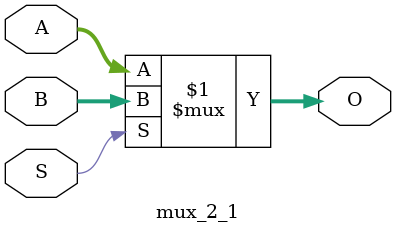
<source format=v>
`timescale 1ns / 1ps
module mux_2_1(
    input S, //the selector
    input [63:0] A, //two inputs of size 1 bit each.
    input [63:0] B,
    output [63:0] O //the output as a 1-bit number
);
//choose output depending on which one is chosen.
assign O = (S ? B : A);
endmodule
</source>
